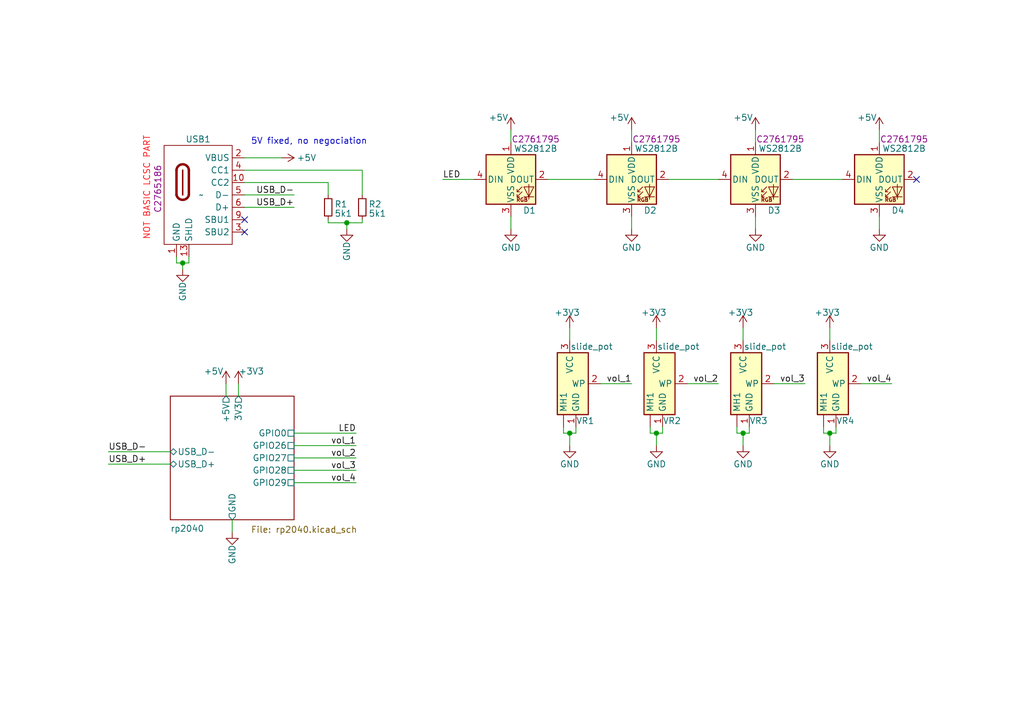
<source format=kicad_sch>
(kicad_sch (version 20230121) (generator eeschema)
  (paper "A5")
  (title_block (title "Volumer") (date "2023-10-15") (rev "0.2") (company "Jonas S."))
  (lib_symbols
    (symbol "Device:R_Small" (pin_numbers hide) (pin_names (offset 0.254) hide)
      (property "Reference" "R" (at 0.762 0.508 0))
      (property "Value" "R_Small" (at 0.762 -1.016 0))
      (symbol "R_Small_0_1"
        (rectangle (start -0.762 1.778) (end 0.762 -1.778) (stroke (width 0.2032)))
      )
      (symbol "R_Small_1_1"
        (pin passive line (at 0 2.54 270) (length 0.762) (name "~") (number "1"))
        (pin passive line (at 0 -2.54 90) (length 0.762) (name "~") (number "2"))
      )
    )
    (symbol "LED:WS2812B" (pin_names (offset 0.254))
      (property "Reference" "D" (at 5.08 5.715 0))
      (property "Value" "WS2812B" (at 1.27 -5.715 0))
      (symbol "WS2812B_0_0"
        (text "RGB" (at 2.286 -4.191 0) (effects (font (size 0.762 0.762))))
      )
      (symbol "WS2812B_0_1"
        (polyline (pts (xy 1.27 -3.556) (xy 1.778 -3.556)))
        (polyline (pts (xy 1.27 -2.54) (xy 1.778 -2.54)))
        (polyline (pts (xy 4.699 -3.556) (xy 2.667 -3.556)))
        (polyline (pts (xy 2.286 -2.54) (xy 1.27 -3.556) (xy 1.27 -3.048)))
        (polyline (pts (xy 2.286 -1.524) (xy 1.27 -2.54) (xy 1.27 -2.032)))
        (polyline (pts (xy 3.683 -1.016) (xy 3.683 -3.556) (xy 3.683 -4.064)))
        (polyline (pts (xy 4.699 -1.524) (xy 2.667 -1.524) (xy 3.683 -3.556) (xy 4.699 -1.524)))
        (rectangle (start 5.08 5.08) (end -5.08 -5.08) (stroke (width 0.254)) (fill (type background)))
      )
      (symbol "WS2812B_1_1"
        (pin power_in line (at 0 7.62 270) (length 2.54) (name "VDD") (number "1"))
        (pin output line (at 7.62 0 180) (length 2.54) (name "DOUT") (number "2"))
        (pin power_in line (at 0 -7.62 90) (length 2.54) (name "VSS") (number "3"))
        (pin input line (at -7.62 0 0) (length 2.54) (name "DIN") (number "4"))
      )
    )
    (symbol "PTA4543-2015CPB104:slide_pot"
      (property "Reference" "VR" (at 10.16 -13.97 0))
      (property "Value" "slide_pot" (at 8.89 2.54 0))
      (symbol "slide_pot_1_1"
        (rectangle (start 5.08 0) (end 11.43 -12.7) (stroke (width 0.254)) (fill (type background)))
        (pin passive line (at 6.35 -15.24 90) (length 2.54) (name "MH1") (number ""))
        (pin passive line (at 8.89 -15.24 90) (length 2.54) (name "GND") (number "1"))
        (pin passive line (at 13.97 -6.35 180) (length 2.54) (name "WP") (number "2"))
        (pin passive line (at 7.62 2.54 270) (length 2.54) (name "VCC") (number "3"))
        (pin passive line (at 6.35 -15.24 90) (length 2.54) hide (name "MH2") (number "MH2"))
        (pin passive line (at 6.35 -15.24 90) (length 2.54) hide (name "MH3") (number "MH3"))
        (pin passive line (at 6.35 -15.24 90) (length 2.54) hide (name "MH4") (number "MH4"))
      )
    )
    (symbol "USB_C:USBC_16P"
      (property "Reference" "USB" (at 2.54 11.43 0))
      (property "LCSC" "C2765186" (at 0 0 0))
      (symbol "USBC_16P_0_1"
        (rectangle (start -7.62 10.16) (end 6.35 -10.16))
      )
      (symbol "USBC_16P_1_1"
        (arc (start -5.08 0) (mid -3.81 -1.0075) (end -2.54 0) (stroke (width 0.5)))
        (rectangle (start -3.81 5.08) (end -3.81 0) (stroke (width 0.3)))
        (arc (start -2.54 5.08) (mid -3.81 6.286) (end -5.08 5.08) (stroke (width 0.5)))
        (polyline (pts (xy -5.08 5.08) (xy -5.08 0)) (stroke (width 0.5)))
        (polyline (pts (xy -2.54 5.08) (xy -2.54 0)) (stroke (width 0.5)))
        (pin passive line (at -5.08 -12.7 90) (length 2.54) (name "GND") (number "1"))
        (pin passive line (at 8.89 2.54 180) (length 2.54) (name "CC2") (number "10"))
        (pin passive line (at 8.89 7.62 180) (length 2.54) hide (name "VBUS") (number "11"))
        (pin passive line (at -5.08 -12.7 90) (length 2.54) hide (name "GND") (number "12"))
        (pin passive line (at -2.54 -12.7 90) (length 2.54) (name "SHLD") (number "13"))
        (pin passive line (at 8.89 7.62 180) (length 2.54) (name "VBUS") (number "2"))
        (pin passive line (at 8.89 -7.62 180) (length 2.54) (name "SBU2") (number "3"))
        (pin passive line (at 8.89 5.08 180) (length 2.54) (name "CC1") (number "4"))
        (pin passive line (at 8.89 0 180) (length 2.54) (name "D-") (number "5"))
        (pin passive line (at 8.89 -2.54 180) (length 2.54) (name "D+") (number "6"))
        (pin passive line (at 8.89 0 180) (length 2.54) hide (name "D-") (number "7"))
        (pin passive line (at 8.89 -2.54 180) (length 2.54) hide (name "D+") (number "8"))
        (pin passive line (at 8.89 -5.08 180) (length 2.54) (name "SBU1") (number "9"))
      )
    )
    (symbol "power:+3V3" (power) (pin_names (offset 0))
      (property "Value" "+3V3" (at 0 3.556 0))
      (symbol "+3V3_0_1"
        (polyline (pts (xy -0.762 1.27) (xy 0 2.54)))
        (polyline (pts (xy 0 0) (xy 0 2.54)))
        (polyline (pts (xy 0 2.54) (xy 0.762 1.27)))
      )
      (symbol "+3V3_1_1"
        (pin power_in line (at 0 0 90) (length 0) hide (name "+3V3") (number "1"))
      )
    )
    (symbol "power:+5V" (power) (pin_names (offset 0))
      (property "Value" "+5V" (at 0 3.556 0))
      (symbol "+5V_0_1"
        (polyline (pts (xy -0.762 1.27) (xy 0 2.54)))
        (polyline (pts (xy 0 0) (xy 0 2.54)))
        (polyline (pts (xy 0 2.54) (xy 0.762 1.27)))
      )
      (symbol "+5V_1_1"
        (pin power_in line (at 0 0 90) (length 0) hide (name "+5V") (number "1"))
      )
    )
    (symbol "power:GND" (power) (pin_names (offset 0))
      (property "Value" "GND" (at 0 -3.81 0))
      (symbol "GND_0_1"
        (polyline (pts (xy 0 0) (xy 0 -1.27) (xy 1.27 -1.27) (xy 0 -2.54) (xy -1.27 -1.27) (xy 0 -1.27)))
      )
      (symbol "GND_1_1"
        (pin power_in line (at 0 0 270) (length 0) hide (name "GND") (number "1"))
      )
    )
  )
  (junction (at 134.62 88.9))
  (junction (at 170.18 88.9))
  (junction (at 116.84 88.9))
  (junction (at 71.12 45.72))
  (junction (at 152.4 88.9))
  (junction (at 37.465 53.975))
  (no_connect (at 50.165 47.625))
  (no_connect (at 187.96 36.83))
  (no_connect (at 50.165 45.085))
  (wire (pts (xy 153.67 87.63) (xy 153.67 88.9)))
  (wire (pts (xy 151.13 88.9) (xy 152.4 88.9)))
  (wire (pts (xy 170.18 67.31) (xy 170.18 69.85)))
  (wire (pts (xy 137.16 36.83) (xy 147.32 36.83)))
  (wire (pts (xy 50.165 32.385) (xy 57.785 32.385)))
  (wire (pts (xy 36.195 53.975) (xy 37.465 53.975)))
  (wire (pts (xy 140.97 78.74) (xy 147.32 78.74)))
  (wire (pts (xy 104.775 26.67) (xy 104.775 29.21)))
  (wire (pts (xy 135.89 88.9) (xy 134.62 88.9)))
  (wire (pts (xy 115.57 87.63) (xy 115.57 88.9)))
  (wire (pts (xy 74.295 34.925) (xy 74.295 40.005)))
  (wire (pts (xy 133.35 87.63) (xy 133.35 88.9)))
  (wire (pts (xy 67.31 45.085) (xy 67.31 45.72)))
  (wire (pts (xy 158.75 78.74) (xy 165.1 78.74)))
  (wire (pts (xy 112.395 36.83) (xy 121.92 36.83)))
  (wire (pts (xy 22.225 95.25) (xy 34.925 95.25)))
  (wire (pts (xy 171.45 88.9) (xy 170.18 88.9)))
  (wire (pts (xy 176.53 78.74) (xy 182.88 78.74)))
  (wire (pts (xy 47.625 106.68) (xy 47.625 109.22)))
  (wire (pts (xy 90.805 36.83) (xy 97.155 36.83)))
  (wire (pts (xy 170.18 88.9) (xy 170.18 91.44)))
  (wire (pts (xy 129.54 26.67) (xy 129.54 29.21)))
  (wire (pts (xy 67.31 37.465) (xy 67.31 40.005)))
  (wire (pts (xy 153.67 88.9) (xy 152.4 88.9)))
  (wire (pts (xy 71.12 45.72) (xy 71.12 46.99)))
  (wire (pts (xy 116.84 88.9) (xy 116.84 91.44)))
  (wire (pts (xy 50.165 40.005) (xy 60.325 40.005)))
  (wire (pts (xy 168.91 87.63) (xy 168.91 88.9)))
  (wire (pts (xy 38.735 52.705) (xy 38.735 53.975)))
  (wire (pts (xy 134.62 88.9) (xy 134.62 91.44)))
  (wire (pts (xy 36.195 52.705) (xy 36.195 53.975)))
  (wire (pts (xy 154.94 26.67) (xy 154.94 29.21)))
  (wire (pts (xy 74.295 45.085) (xy 74.295 45.72)))
  (wire (pts (xy 180.34 44.45) (xy 180.34 46.99)))
  (wire (pts (xy 118.11 88.9) (xy 116.84 88.9)))
  (wire (pts (xy 50.165 37.465) (xy 67.31 37.465)))
  (wire (pts (xy 37.465 53.975) (xy 37.465 55.245)))
  (wire (pts (xy 60.325 93.98) (xy 73.025 93.98)))
  (wire (pts (xy 123.19 78.74) (xy 129.54 78.74)))
  (wire (pts (xy 60.325 88.9) (xy 73.025 88.9)))
  (wire (pts (xy 134.62 67.31) (xy 134.62 69.85)))
  (wire (pts (xy 151.13 87.63) (xy 151.13 88.9)))
  (wire (pts (xy 168.91 88.9) (xy 170.18 88.9)))
  (wire (pts (xy 129.54 44.45) (xy 129.54 46.99)))
  (wire (pts (xy 152.4 88.9) (xy 152.4 91.44)))
  (wire (pts (xy 118.11 87.63) (xy 118.11 88.9)))
  (wire (pts (xy 60.325 96.52) (xy 73.025 96.52)))
  (wire (pts (xy 38.735 53.975) (xy 37.465 53.975)))
  (wire (pts (xy 74.295 45.72) (xy 71.12 45.72)))
  (wire (pts (xy 67.31 45.72) (xy 71.12 45.72)))
  (wire (pts (xy 115.57 88.9) (xy 116.84 88.9)))
  (wire (pts (xy 22.225 92.71) (xy 34.925 92.71)))
  (wire (pts (xy 180.34 26.67) (xy 180.34 29.21)))
  (wire (pts (xy 162.56 36.83) (xy 172.72 36.83)))
  (wire (pts (xy 104.775 44.45) (xy 104.775 46.99)))
  (wire (pts (xy 135.89 87.63) (xy 135.89 88.9)))
  (wire (pts (xy 60.325 91.44) (xy 73.025 91.44)))
  (wire (pts (xy 46.355 78.74) (xy 46.355 81.28)))
  (wire (pts (xy 50.165 34.925) (xy 74.295 34.925)))
  (wire (pts (xy 116.84 67.31) (xy 116.84 69.85)))
  (wire (pts (xy 154.94 44.45) (xy 154.94 46.99)))
  (wire (pts (xy 171.45 87.63) (xy 171.45 88.9)))
  (wire (pts (xy 50.165 42.545) (xy 60.325 42.545)))
  (wire (pts (xy 152.4 67.31) (xy 152.4 69.85)))
  (wire (pts (xy 48.895 78.74) (xy 48.895 81.28)))
  (wire (pts (xy 133.35 88.9) (xy 134.62 88.9)))
  (wire (pts (xy 60.325 99.06) (xy 73.025 99.06)))
  (text "NOT BASIC LCSC PART" (at 30.861 49.403 90) (effects (font (size 1.27 1.27)) (justify left bottom)))
  (text "5V fixed, no negociation" (at 51.435 29.845 0) (effects (font (size 1.27 1.27)) (justify left bottom)))
  (label "vol_3" (at 73.025 96.52 180))
  (label "USB_D+" (at 22.225 95.25 0))
  (label "vol_4" (at 182.88 78.74 180))
  (label "LED" (at 73.025 88.9 180))
  (label "LED" (at 90.805 36.83 0))
  (label "vol_3" (at 165.1 78.74 180))
  (label "vol_4" (at 73.025 99.06 180))
  (label "vol_2" (at 73.025 93.98 180))
  (label "USB_D+" (at 60.325 42.545 180))
  (label "USB_D-" (at 60.325 40.005 180))
  (label "vol_1" (at 73.025 91.44 180))
  (label "vol_2" (at 147.32 78.74 180))
  (label "USB_D-" (at 22.225 92.71 0))
  (label "vol_1" (at 129.54 78.74 180))
  (symbol (lib_id "PTA4543-2015CPB104:slide_pot") (at 127 72.39 0) (unit 1)
    (property "Reference" "VR2" (at 139.7 86.36 0) (effects (justify right)))
    (property "Value" "slide_pot" (at 143.51 71.12 0) (effects (justify right)))
    (property "Footprint" "slide_pot:PTA45432015CPB503" (effects hide))
    (property "Datasheet" "https://componentsearchengine.com/Datasheets/1/PTA4543-2015CPB503.pdf" (effects hide))
    (property "Height" "21.5" (effects hide))
    (property "Mouser Part Number" "652-PTA45432015CPB10" (effects hide))
    (property "Mouser Price/Stock" "https://www.mouser.co.uk/ProductDetail/Bourns/PTA4543-2015CPB104?qs=Zq5ylnUbLm5bgYHDzxuH5g%3D%3D" (effects hide))
    (property "Manufacturer_Name" "Bourns" (effects hide))
    (property "Manufacturer_Part_Number" "PTA4543-2015CPB104" (effects hide))
  )
  (symbol (lib_id "power:+5V") (at 180.34 26.67 0) (unit 1)
    (property "Reference" "#PWR021" (effects hide))
    (property "Value" "+5V" (at 177.8 24.13 0))
  )
  (symbol (lib_id "PTA4543-2015CPB104:slide_pot") (at 162.56 72.39 0) (unit 1)
    (property "Reference" "VR4" (at 175.26 86.36 0) (effects (justify right)))
    (property "Value" "slide_pot" (at 179.07 71.12 0) (effects (justify right)))
    (property "Footprint" "slide_pot:PTA45432015CPB503" (effects hide))
    (property "Datasheet" "https://componentsearchengine.com/Datasheets/1/PTA4543-2015CPB503.pdf" (effects hide))
    (property "Height" "21.5" (effects hide))
    (property "Mouser Part Number" "652-PTA45432015CPB10" (effects hide))
    (property "Mouser Price/Stock" "https://www.mouser.co.uk/ProductDetail/Bourns/PTA4543-2015CPB104?qs=Zq5ylnUbLm5bgYHDzxuH5g%3D%3D" (effects hide))
    (property "Manufacturer_Name" "Bourns" (effects hide))
    (property "Manufacturer_Part_Number" "PTA4543-2015CPB104" (effects hide))
  )
  (symbol (lib_id "Device:R_Small") (at 67.31 42.545 0) (unit 1)
    (property "Reference" "R1" (at 68.58 41.91 0) (effects (justify left)))
    (property "Value" "5k1" (at 68.58 43.815 0) (effects (justify left)))
    (property "Footprint" "Resistor_SMD:R_0603_1608Metric" (effects hide))
    (property "LCSC" "C23186" (effects hide))
  )
  (symbol (lib_id "power:GND") (at 104.775 46.99 0) (unit 1)
    (property "Reference" "#PWR08" (effects hide))
    (property "Value" "GND" (at 104.775 50.8 0))
  )
  (symbol (lib_id "power:+3V3") (at 116.84 67.31 0) (unit 1)
    (property "Reference" "#PWR09" (effects hide))
    (property "Value" "+3V3" (at 113.665 64.135 0) (effects (justify left)))
  )
  (symbol (lib_id "power:+3V3") (at 48.895 78.74 0) (unit 1)
    (property "Reference" "#PWR04" (effects hide))
    (property "Value" "+3V3" (at 48.895 76.2 0) (effects (justify left)))
  )
  (symbol (lib_id "PTA4543-2015CPB104:slide_pot") (at 109.22 72.39 0) (unit 1)
    (property "Reference" "VR1" (at 121.92 86.36 0) (effects (justify right)))
    (property "Value" "slide_pot" (at 125.73 71.12 0) (effects (justify right)))
    (property "Footprint" "slide_pot:PTA45432015CPB503" (effects hide))
    (property "Datasheet" "https://componentsearchengine.com/Datasheets/1/PTA4543-2015CPB503.pdf" (effects hide))
    (property "Height" "21.5" (effects hide))
    (property "Mouser Part Number" "652-PTA45432015CPB10" (effects hide))
    (property "Mouser Price/Stock" "https://www.mouser.co.uk/ProductDetail/Bourns/PTA4543-2015CPB104?qs=Zq5ylnUbLm5bgYHDzxuH5g%3D%3D" (effects hide))
    (property "Manufacturer_Name" "Bourns" (effects hide))
    (property "Manufacturer_Part_Number" "PTA4543-2015CPB104" (effects hide))
  )
  (symbol (lib_id "PTA4543-2015CPB104:slide_pot") (at 144.78 72.39 0) (unit 1)
    (property "Reference" "VR3" (at 157.48 86.36 0) (effects (justify right)))
    (property "Value" "slide_pot" (at 161.29 71.12 0) (effects (justify right)))
    (property "Footprint" "slide_pot:PTA45432015CPB503" (effects hide))
    (property "Datasheet" "https://componentsearchengine.com/Datasheets/1/PTA4543-2015CPB503.pdf" (effects hide))
    (property "Height" "21.5" (effects hide))
    (property "Mouser Part Number" "652-PTA45432015CPB10" (effects hide))
    (property "Mouser Price/Stock" "https://www.mouser.co.uk/ProductDetail/Bourns/PTA4543-2015CPB104?qs=Zq5ylnUbLm5bgYHDzxuH5g%3D%3D" (effects hide))
    (property "Manufacturer_Name" "Bourns" (effects hide))
    (property "Manufacturer_Part_Number" "PTA4543-2015CPB104" (effects hide))
  )
  (symbol (lib_id "power:GND") (at 180.34 46.99 0) (unit 1)
    (property "Reference" "#PWR022" (effects hide))
    (property "Value" "GND" (at 180.34 50.8 0))
  )
  (symbol (lib_id "power:+5V") (at 57.785 32.385 270) (unit 1)
    (property "Reference" "#PWR05" (effects hide))
    (property "Value" "+5V" (at 62.865 32.385 90))
  )
  (symbol (lib_id "Device:R_Small") (at 74.295 42.545 0) (unit 1)
    (property "Reference" "R2" (at 75.565 41.91 0) (effects (justify left)))
    (property "Value" "5k1" (at 75.565 43.815 0) (effects (justify left)))
    (property "Footprint" "Resistor_SMD:R_0603_1608Metric" (effects hide))
    (property "LCSC" "C23186" (effects hide))
  )
  (symbol (lib_id "LED:WS2812B") (at 154.94 36.83 0) (unit 1)
    (property "Reference" "D3" (at 158.75 43.18 0))
    (property "Value" "WS2812B" (at 160.02 30.48 0))
    (property "Footprint" "LED_SMD:LED_WS2812B_PLCC4_5.0x5.0mm_P3.2mm" (effects hide))
    (property "Datasheet" "https://cdn-shop.adafruit.com/datasheets/WS2812B.pdf" (effects hide))
    (property "LCSC" "C2761795" (at 160.02 28.575 0))
  )
  (symbol (lib_id "power:GND") (at 37.465 55.245 0) (unit 1)
    (property "Reference" "#PWR01" (effects hide))
    (property "Value" "GND" (at 37.465 57.785 90) (effects (justify right)))
  )
  (symbol (lib_id "LED:WS2812B") (at 129.54 36.83 0) (unit 1)
    (property "Reference" "D2" (at 133.35 43.18 0))
    (property "Value" "WS2812B" (at 134.62 30.48 0))
    (property "Footprint" "LED_SMD:LED_WS2812B_PLCC4_5.0x5.0mm_P3.2mm" (effects hide))
    (property "Datasheet" "https://cdn-shop.adafruit.com/datasheets/WS2812B.pdf" (effects hide))
    (property "LCSC" "C2761795" (at 134.62 28.575 0))
  )
  (symbol (lib_id "power:+5V") (at 154.94 26.67 0) (unit 1)
    (property "Reference" "#PWR017" (effects hide))
    (property "Value" "+5V" (at 152.4 24.13 0))
  )
  (symbol (lib_id "power:+5V") (at 129.54 26.67 0) (unit 1)
    (property "Reference" "#PWR011" (effects hide))
    (property "Value" "+5V" (at 127 24.13 0))
  )
  (symbol (lib_id "power:GND") (at 152.4 91.44 0) (unit 1)
    (property "Reference" "#PWR016" (effects hide))
    (property "Value" "GND" (at 152.4 95.25 0))
  )
  (symbol (lib_id "USB_C:USBC_16P") (at 41.275 40.005 0) (unit 1)
    (property "Reference" "USB1" (at 40.64 28.575 0))
    (property "Value" "~" (at 41.275 40.005 0))
    (property "Footprint" "USBC:USBC_16P" (effects hide))
    (property "LCSC" "C2765186" (at 32.385 38.735 90))
  )
  (symbol (lib_id "LED:WS2812B") (at 180.34 36.83 0) (unit 1)
    (property "Reference" "D4" (at 184.15 43.18 0))
    (property "Value" "WS2812B" (at 185.42 30.48 0))
    (property "Footprint" "LED_SMD:LED_WS2812B_PLCC4_5.0x5.0mm_P3.2mm" (effects hide))
    (property "Datasheet" "https://cdn-shop.adafruit.com/datasheets/WS2812B.pdf" (effects hide))
    (property "LCSC" "C2761795" (at 185.42 28.575 0))
  )
  (symbol (lib_id "power:GND") (at 47.625 109.22 0) (unit 1)
    (property "Reference" "#PWR03" (effects hide))
    (property "Value" "GND" (at 47.625 111.76 90) (effects (justify right)))
  )
  (symbol (lib_id "power:GND") (at 170.18 91.44 0) (unit 1)
    (property "Reference" "#PWR020" (effects hide))
    (property "Value" "GND" (at 170.18 95.25 0))
  )
  (symbol (lib_id "power:GND") (at 116.84 91.44 0) (unit 1)
    (property "Reference" "#PWR010" (effects hide))
    (property "Value" "GND" (at 116.84 95.25 0))
  )
  (symbol (lib_id "power:GND") (at 154.94 46.99 0) (unit 1)
    (property "Reference" "#PWR018" (effects hide))
    (property "Value" "GND" (at 154.94 50.8 0))
  )
  (symbol (lib_id "power:+3V3") (at 134.62 67.31 0) (unit 1)
    (property "Reference" "#PWR013" (effects hide))
    (property "Value" "+3V3" (at 131.445 64.135 0) (effects (justify left)))
  )
  (symbol (lib_id "power:+5V") (at 46.355 78.74 0) (unit 1)
    (property "Reference" "#PWR02" (effects hide))
    (property "Value" "+5V" (at 43.815 76.2 0))
  )
  (symbol (lib_id "power:GND") (at 129.54 46.99 0) (unit 1)
    (property "Reference" "#PWR012" (effects hide))
    (property "Value" "GND" (at 129.54 50.8 0))
  )
  (symbol (lib_id "power:GND") (at 71.12 46.99 0) (unit 1)
    (property "Reference" "#PWR06" (effects hide))
    (property "Value" "GND" (at 71.12 49.53 90) (effects (justify right)))
  )
  (symbol (lib_id "power:+5V") (at 104.775 26.67 0) (unit 1)
    (property "Reference" "#PWR07" (effects hide))
    (property "Value" "+5V" (at 102.235 24.13 0))
  )
  (symbol (lib_id "power:GND") (at 134.62 91.44 0) (unit 1)
    (property "Reference" "#PWR014" (effects hide))
    (property "Value" "GND" (at 134.62 95.25 0))
  )
  (symbol (lib_id "power:+3V3") (at 170.18 67.31 0) (unit 1)
    (property "Reference" "#PWR019" (effects hide))
    (property "Value" "+3V3" (at 167.005 64.135 0) (effects (justify left)))
  )
  (symbol (lib_id "power:+3V3") (at 152.4 67.31 0) (unit 1)
    (property "Reference" "#PWR015" (effects hide))
    (property "Value" "+3V3" (at 149.225 64.135 0) (effects (justify left)))
  )
  (symbol (lib_id "LED:WS2812B") (at 104.775 36.83 0) (unit 1)
    (property "Reference" "D1" (at 108.585 43.18 0))
    (property "Value" "WS2812B" (at 109.855 30.48 0))
    (property "Footprint" "LED_SMD:LED_WS2812B_PLCC4_5.0x5.0mm_P3.2mm" (effects hide))
    (property "Datasheet" "https://cdn-shop.adafruit.com/datasheets/WS2812B.pdf" (effects hide))
    (property "LCSC" "C2761795" (at 109.855 28.575 0))
  )
  (sheet (at 34.925 81.28) (size 25.4 25.4) (stroke (width 0.1524))
    (property "Sheetname" "rp2040" (at 34.925 109.22 0) (effects (justify left bottom)))
    (property "Sheetfile" "rp2040.kicad_sch" (at 51.435 107.95 0) (effects (justify left top)))
    (pin "GPIO27" passive (at 60.325 93.98 0))
    (pin "GPIO26" passive (at 60.325 91.44 0))
    (pin "GPIO28" passive (at 60.325 96.52 0))
    (pin "GPIO29" passive (at 60.325 99.06 0))
    (pin "3V3" output (at 48.895 81.28 90))
    (pin "GND" output (at 47.625 106.68 270))
    (pin "USB_D-" bidirectional (at 34.925 92.71 180))
    (pin "USB_D+" bidirectional (at 34.925 95.25 180))
    (pin "+5V" output (at 46.355 81.28 90))
    (pin "GPIO0" passive (at 60.325 88.9 0))
  )
)
</source>
